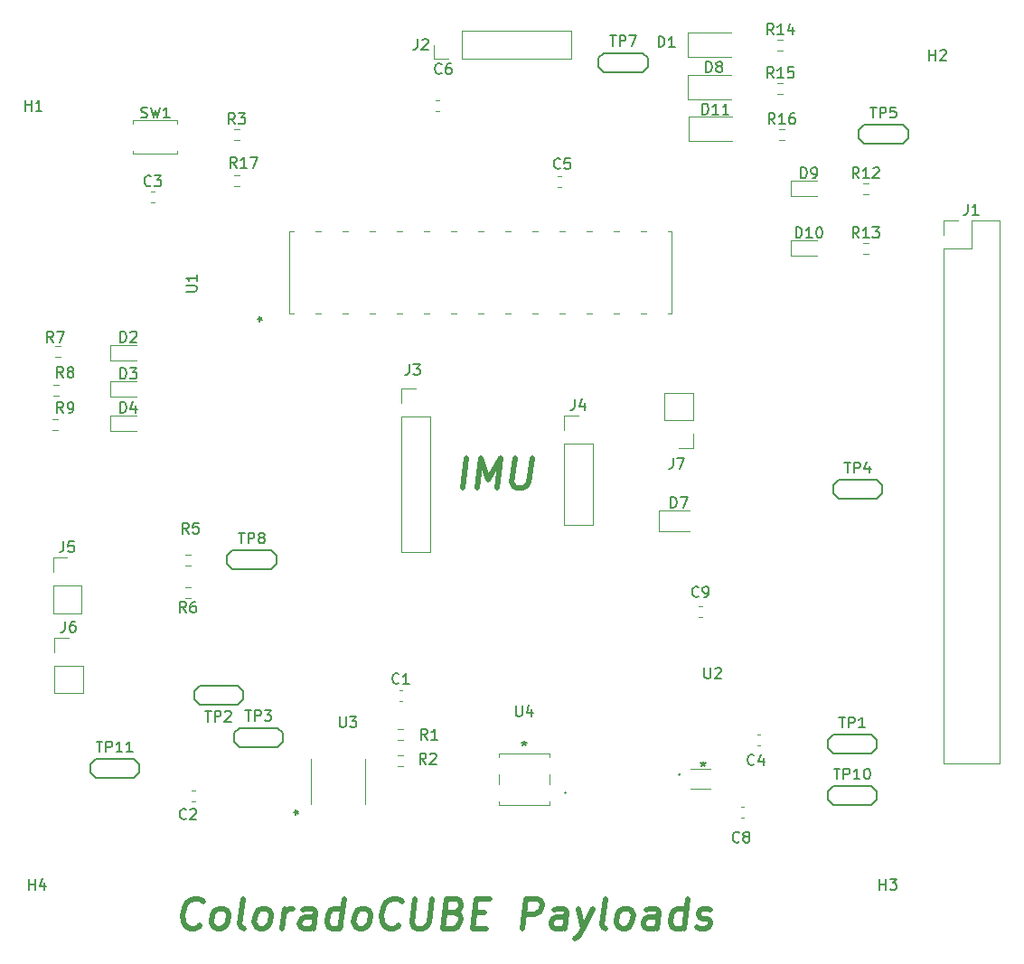
<source format=gto>
%TF.GenerationSoftware,KiCad,Pcbnew,(6.0.1)*%
%TF.CreationDate,2022-03-21T02:34:04-06:00*%
%TF.ProjectId,ColoradoCUBE_Payload,436f6c6f-7261-4646-9f43-5542455f5061,rev?*%
%TF.SameCoordinates,Original*%
%TF.FileFunction,Legend,Top*%
%TF.FilePolarity,Positive*%
%FSLAX46Y46*%
G04 Gerber Fmt 4.6, Leading zero omitted, Abs format (unit mm)*
G04 Created by KiCad (PCBNEW (6.0.1)) date 2022-03-21 02:34:04*
%MOMM*%
%LPD*%
G01*
G04 APERTURE LIST*
%ADD10C,0.500000*%
%ADD11C,0.150000*%
%ADD12C,0.120000*%
G04 APERTURE END LIST*
D10*
X148567389Y-86734952D02*
X148916639Y-83940952D01*
X149897865Y-86734952D02*
X150247115Y-83940952D01*
X150928984Y-85936666D01*
X152109782Y-83940952D01*
X151760532Y-86734952D01*
X153440258Y-83940952D02*
X153157532Y-86202761D01*
X153257318Y-86468857D01*
X153373734Y-86601904D01*
X153623198Y-86734952D01*
X154155389Y-86734952D01*
X154438115Y-86601904D01*
X154587794Y-86468857D01*
X154754103Y-86202761D01*
X155036829Y-83940952D01*
X123944508Y-127743857D02*
X123794829Y-127876904D01*
X123379056Y-128009952D01*
X123112960Y-128009952D01*
X122730448Y-127876904D01*
X122497615Y-127610809D01*
X122397829Y-127344714D01*
X122331306Y-126812523D01*
X122381198Y-126413380D01*
X122580770Y-125881190D01*
X122747079Y-125615095D01*
X123046437Y-125349000D01*
X123462210Y-125215952D01*
X123728306Y-125215952D01*
X124110818Y-125349000D01*
X124227234Y-125482047D01*
X125507818Y-128009952D02*
X125258353Y-127876904D01*
X125141937Y-127743857D01*
X125042151Y-127477761D01*
X125141937Y-126679476D01*
X125308246Y-126413380D01*
X125457925Y-126280333D01*
X125740651Y-126147285D01*
X126139794Y-126147285D01*
X126389258Y-126280333D01*
X126505675Y-126413380D01*
X126605460Y-126679476D01*
X126505675Y-127477761D01*
X126339365Y-127743857D01*
X126189687Y-127876904D01*
X125906960Y-128009952D01*
X125507818Y-128009952D01*
X128035722Y-128009952D02*
X127786258Y-127876904D01*
X127686472Y-127610809D01*
X127985829Y-125215952D01*
X129499246Y-128009952D02*
X129249782Y-127876904D01*
X129133365Y-127743857D01*
X129033579Y-127477761D01*
X129133365Y-126679476D01*
X129299675Y-126413380D01*
X129449353Y-126280333D01*
X129732079Y-126147285D01*
X130131222Y-126147285D01*
X130380687Y-126280333D01*
X130497103Y-126413380D01*
X130596889Y-126679476D01*
X130497103Y-127477761D01*
X130330794Y-127743857D01*
X130181115Y-127876904D01*
X129898389Y-128009952D01*
X129499246Y-128009952D01*
X131628008Y-128009952D02*
X131860841Y-126147285D01*
X131794318Y-126679476D02*
X131960627Y-126413380D01*
X132110306Y-126280333D01*
X132393032Y-126147285D01*
X132659127Y-126147285D01*
X134555056Y-128009952D02*
X134737996Y-126546428D01*
X134638210Y-126280333D01*
X134388746Y-126147285D01*
X133856556Y-126147285D01*
X133573829Y-126280333D01*
X134571687Y-127876904D02*
X134288960Y-128009952D01*
X133623722Y-128009952D01*
X133374258Y-127876904D01*
X133274472Y-127610809D01*
X133307734Y-127344714D01*
X133474044Y-127078619D01*
X133756770Y-126945571D01*
X134422008Y-126945571D01*
X134704734Y-126812523D01*
X137082960Y-128009952D02*
X137432210Y-125215952D01*
X137099591Y-127876904D02*
X136816865Y-128009952D01*
X136284675Y-128009952D01*
X136035210Y-127876904D01*
X135918794Y-127743857D01*
X135819008Y-127477761D01*
X135918794Y-126679476D01*
X136085103Y-126413380D01*
X136234782Y-126280333D01*
X136517508Y-126147285D01*
X137049698Y-126147285D01*
X137299163Y-126280333D01*
X138812579Y-128009952D02*
X138563115Y-127876904D01*
X138446698Y-127743857D01*
X138346913Y-127477761D01*
X138446698Y-126679476D01*
X138613008Y-126413380D01*
X138762687Y-126280333D01*
X139045413Y-126147285D01*
X139444556Y-126147285D01*
X139694020Y-126280333D01*
X139810437Y-126413380D01*
X139910222Y-126679476D01*
X139810437Y-127477761D01*
X139644127Y-127743857D01*
X139494448Y-127876904D01*
X139211722Y-128009952D01*
X138812579Y-128009952D01*
X142571175Y-127743857D02*
X142421496Y-127876904D01*
X142005722Y-128009952D01*
X141739627Y-128009952D01*
X141357115Y-127876904D01*
X141124282Y-127610809D01*
X141024496Y-127344714D01*
X140957972Y-126812523D01*
X141007865Y-126413380D01*
X141207437Y-125881190D01*
X141373746Y-125615095D01*
X141673103Y-125349000D01*
X142088877Y-125215952D01*
X142354972Y-125215952D01*
X142737484Y-125349000D01*
X142853901Y-125482047D01*
X144084591Y-125215952D02*
X143801865Y-127477761D01*
X143901651Y-127743857D01*
X144018068Y-127876904D01*
X144267532Y-128009952D01*
X144799722Y-128009952D01*
X145082448Y-127876904D01*
X145232127Y-127743857D01*
X145398437Y-127477761D01*
X145681163Y-125215952D01*
X147776663Y-126546428D02*
X148159175Y-126679476D01*
X148275591Y-126812523D01*
X148375377Y-127078619D01*
X148325484Y-127477761D01*
X148159175Y-127743857D01*
X148009496Y-127876904D01*
X147726770Y-128009952D01*
X146662389Y-128009952D01*
X147011639Y-125215952D01*
X147942972Y-125215952D01*
X148192437Y-125349000D01*
X148308853Y-125482047D01*
X148408639Y-125748142D01*
X148375377Y-126014238D01*
X148209068Y-126280333D01*
X148059389Y-126413380D01*
X147776663Y-126546428D01*
X146845329Y-126546428D01*
X149639329Y-126546428D02*
X150570663Y-126546428D01*
X150786865Y-128009952D02*
X149456389Y-128009952D01*
X149805639Y-125215952D01*
X151136115Y-125215952D01*
X154113056Y-128009952D02*
X154462306Y-125215952D01*
X155526687Y-125215952D01*
X155776151Y-125349000D01*
X155892568Y-125482047D01*
X155992353Y-125748142D01*
X155942460Y-126147285D01*
X155776151Y-126413380D01*
X155626472Y-126546428D01*
X155343746Y-126679476D01*
X154279365Y-126679476D01*
X158104484Y-128009952D02*
X158287425Y-126546428D01*
X158187639Y-126280333D01*
X157938175Y-126147285D01*
X157405984Y-126147285D01*
X157123258Y-126280333D01*
X158121115Y-127876904D02*
X157838389Y-128009952D01*
X157173151Y-128009952D01*
X156923687Y-127876904D01*
X156823901Y-127610809D01*
X156857163Y-127344714D01*
X157023472Y-127078619D01*
X157306198Y-126945571D01*
X157971437Y-126945571D01*
X158254163Y-126812523D01*
X159401698Y-126147285D02*
X159834103Y-128009952D01*
X160732175Y-126147285D02*
X159834103Y-128009952D01*
X159484853Y-128675190D01*
X159335175Y-128808238D01*
X159052448Y-128941285D01*
X161962865Y-128009952D02*
X161713401Y-127876904D01*
X161613615Y-127610809D01*
X161912972Y-125215952D01*
X163426389Y-128009952D02*
X163176925Y-127876904D01*
X163060508Y-127743857D01*
X162960722Y-127477761D01*
X163060508Y-126679476D01*
X163226818Y-126413380D01*
X163376496Y-126280333D01*
X163659222Y-126147285D01*
X164058365Y-126147285D01*
X164307829Y-126280333D01*
X164424246Y-126413380D01*
X164524032Y-126679476D01*
X164424246Y-127477761D01*
X164257937Y-127743857D01*
X164108258Y-127876904D01*
X163825532Y-128009952D01*
X163426389Y-128009952D01*
X166752579Y-128009952D02*
X166935520Y-126546428D01*
X166835734Y-126280333D01*
X166586270Y-126147285D01*
X166054079Y-126147285D01*
X165771353Y-126280333D01*
X166769210Y-127876904D02*
X166486484Y-128009952D01*
X165821246Y-128009952D01*
X165571782Y-127876904D01*
X165471996Y-127610809D01*
X165505258Y-127344714D01*
X165671568Y-127078619D01*
X165954294Y-126945571D01*
X166619532Y-126945571D01*
X166902258Y-126812523D01*
X169280484Y-128009952D02*
X169629734Y-125215952D01*
X169297115Y-127876904D02*
X169014389Y-128009952D01*
X168482198Y-128009952D01*
X168232734Y-127876904D01*
X168116318Y-127743857D01*
X168016532Y-127477761D01*
X168116318Y-126679476D01*
X168282627Y-126413380D01*
X168432306Y-126280333D01*
X168715032Y-126147285D01*
X169247222Y-126147285D01*
X169496687Y-126280333D01*
X170494544Y-127876904D02*
X170744008Y-128009952D01*
X171276198Y-128009952D01*
X171558925Y-127876904D01*
X171725234Y-127610809D01*
X171741865Y-127477761D01*
X171642079Y-127211666D01*
X171392615Y-127078619D01*
X170993472Y-127078619D01*
X170744008Y-126945571D01*
X170644222Y-126679476D01*
X170660853Y-126546428D01*
X170827163Y-126280333D01*
X171109889Y-126147285D01*
X171509032Y-126147285D01*
X171758496Y-126280333D01*
D11*
X162344095Y-44315380D02*
X162915523Y-44315380D01*
X162629809Y-45315380D02*
X162629809Y-44315380D01*
X163248857Y-45315380D02*
X163248857Y-44315380D01*
X163629809Y-44315380D01*
X163725047Y-44363000D01*
X163772666Y-44410619D01*
X163820285Y-44505857D01*
X163820285Y-44648714D01*
X163772666Y-44743952D01*
X163725047Y-44791571D01*
X163629809Y-44839190D01*
X163248857Y-44839190D01*
X164153619Y-44315380D02*
X164820285Y-44315380D01*
X164391714Y-45315380D01*
X142581333Y-105005142D02*
X142533714Y-105052761D01*
X142390857Y-105100380D01*
X142295619Y-105100380D01*
X142152761Y-105052761D01*
X142057523Y-104957523D01*
X142009904Y-104862285D01*
X141962285Y-104671809D01*
X141962285Y-104528952D01*
X142009904Y-104338476D01*
X142057523Y-104243238D01*
X142152761Y-104148000D01*
X142295619Y-104100380D01*
X142390857Y-104100380D01*
X142533714Y-104148000D01*
X142581333Y-104195619D01*
X143533714Y-105100380D02*
X142962285Y-105100380D01*
X143248000Y-105100380D02*
X143248000Y-104100380D01*
X143152761Y-104243238D01*
X143057523Y-104338476D01*
X142962285Y-104386095D01*
X111136387Y-76398380D02*
X110803054Y-75922190D01*
X110564958Y-76398380D02*
X110564958Y-75398380D01*
X110945911Y-75398380D01*
X111041149Y-75446000D01*
X111088768Y-75493619D01*
X111136387Y-75588857D01*
X111136387Y-75731714D01*
X111088768Y-75826952D01*
X111041149Y-75874571D01*
X110945911Y-75922190D01*
X110564958Y-75922190D01*
X111707815Y-75826952D02*
X111612577Y-75779333D01*
X111564958Y-75731714D01*
X111517339Y-75636476D01*
X111517339Y-75588857D01*
X111564958Y-75493619D01*
X111612577Y-75446000D01*
X111707815Y-75398380D01*
X111898292Y-75398380D01*
X111993530Y-75446000D01*
X112041149Y-75493619D01*
X112088768Y-75588857D01*
X112088768Y-75636476D01*
X112041149Y-75731714D01*
X111993530Y-75779333D01*
X111898292Y-75826952D01*
X111707815Y-75826952D01*
X111612577Y-75874571D01*
X111564958Y-75922190D01*
X111517339Y-76017428D01*
X111517339Y-76207904D01*
X111564958Y-76303142D01*
X111612577Y-76350761D01*
X111707815Y-76398380D01*
X111898292Y-76398380D01*
X111993530Y-76350761D01*
X112041149Y-76303142D01*
X112088768Y-76207904D01*
X112088768Y-76017428D01*
X112041149Y-75922190D01*
X111993530Y-75874571D01*
X111898292Y-75826952D01*
X116482904Y-73063380D02*
X116482904Y-72063380D01*
X116721000Y-72063380D01*
X116863857Y-72111000D01*
X116959095Y-72206238D01*
X117006714Y-72301476D01*
X117054333Y-72491952D01*
X117054333Y-72634809D01*
X117006714Y-72825285D01*
X116959095Y-72920523D01*
X116863857Y-73015761D01*
X116721000Y-73063380D01*
X116482904Y-73063380D01*
X117435285Y-72158619D02*
X117482904Y-72111000D01*
X117578142Y-72063380D01*
X117816238Y-72063380D01*
X117911476Y-72111000D01*
X117959095Y-72158619D01*
X118006714Y-72253857D01*
X118006714Y-72349095D01*
X117959095Y-72491952D01*
X117387666Y-73063380D01*
X118006714Y-73063380D01*
X170648333Y-96877142D02*
X170600714Y-96924761D01*
X170457857Y-96972380D01*
X170362619Y-96972380D01*
X170219761Y-96924761D01*
X170124523Y-96829523D01*
X170076904Y-96734285D01*
X170029285Y-96543809D01*
X170029285Y-96400952D01*
X170076904Y-96210476D01*
X170124523Y-96115238D01*
X170219761Y-96020000D01*
X170362619Y-95972380D01*
X170457857Y-95972380D01*
X170600714Y-96020000D01*
X170648333Y-96067619D01*
X171124523Y-96972380D02*
X171315000Y-96972380D01*
X171410238Y-96924761D01*
X171457857Y-96877142D01*
X171553095Y-96734285D01*
X171600714Y-96543809D01*
X171600714Y-96162857D01*
X171553095Y-96067619D01*
X171505476Y-96020000D01*
X171410238Y-95972380D01*
X171219761Y-95972380D01*
X171124523Y-96020000D01*
X171076904Y-96067619D01*
X171029285Y-96162857D01*
X171029285Y-96400952D01*
X171076904Y-96496190D01*
X171124523Y-96543809D01*
X171219761Y-96591428D01*
X171410238Y-96591428D01*
X171505476Y-96543809D01*
X171553095Y-96496190D01*
X171600714Y-96400952D01*
X153543095Y-107129330D02*
X153543095Y-107938854D01*
X153590714Y-108034092D01*
X153638333Y-108081711D01*
X153733571Y-108129330D01*
X153924047Y-108129330D01*
X154019285Y-108081711D01*
X154066904Y-108034092D01*
X154114523Y-107938854D01*
X154114523Y-107129330D01*
X155019285Y-107462664D02*
X155019285Y-108129330D01*
X154781190Y-107081711D02*
X154543095Y-107795997D01*
X155162142Y-107795997D01*
X154305000Y-110450380D02*
X154305000Y-110688476D01*
X154066904Y-110593238D02*
X154305000Y-110688476D01*
X154543095Y-110593238D01*
X154162142Y-110878952D02*
X154305000Y-110688476D01*
X154447857Y-110878952D01*
X119340333Y-58363142D02*
X119292714Y-58410761D01*
X119149857Y-58458380D01*
X119054619Y-58458380D01*
X118911761Y-58410761D01*
X118816523Y-58315523D01*
X118768904Y-58220285D01*
X118721285Y-58029809D01*
X118721285Y-57886952D01*
X118768904Y-57696476D01*
X118816523Y-57601238D01*
X118911761Y-57506000D01*
X119054619Y-57458380D01*
X119149857Y-57458380D01*
X119292714Y-57506000D01*
X119340333Y-57553619D01*
X119673666Y-57458380D02*
X120292714Y-57458380D01*
X119959380Y-57839333D01*
X120102238Y-57839333D01*
X120197476Y-57886952D01*
X120245095Y-57934571D01*
X120292714Y-58029809D01*
X120292714Y-58267904D01*
X120245095Y-58363142D01*
X120197476Y-58410761D01*
X120102238Y-58458380D01*
X119816523Y-58458380D01*
X119721285Y-58410761D01*
X119673666Y-58363142D01*
X175855333Y-112625142D02*
X175807714Y-112672761D01*
X175664857Y-112720380D01*
X175569619Y-112720380D01*
X175426761Y-112672761D01*
X175331523Y-112577523D01*
X175283904Y-112482285D01*
X175236285Y-112291809D01*
X175236285Y-112148952D01*
X175283904Y-111958476D01*
X175331523Y-111863238D01*
X175426761Y-111768000D01*
X175569619Y-111720380D01*
X175664857Y-111720380D01*
X175807714Y-111768000D01*
X175855333Y-111815619D01*
X176712476Y-112053714D02*
X176712476Y-112720380D01*
X176474380Y-111672761D02*
X176236285Y-112387047D01*
X176855333Y-112387047D01*
X122642380Y-68325904D02*
X123451904Y-68325904D01*
X123547142Y-68278285D01*
X123594761Y-68230666D01*
X123642380Y-68135428D01*
X123642380Y-67944952D01*
X123594761Y-67849714D01*
X123547142Y-67802095D01*
X123451904Y-67754476D01*
X122642380Y-67754476D01*
X123642380Y-66754476D02*
X123642380Y-67325904D01*
X123642380Y-67040190D02*
X122642380Y-67040190D01*
X122785238Y-67135428D01*
X122880476Y-67230666D01*
X122928095Y-67325904D01*
X129373380Y-70866000D02*
X129611476Y-70866000D01*
X129516238Y-71104095D02*
X129611476Y-70866000D01*
X129516238Y-70627904D01*
X129801952Y-71008857D02*
X129611476Y-70866000D01*
X129801952Y-70723142D01*
X129373380Y-70866000D02*
X129611476Y-70866000D01*
X129516238Y-71104095D02*
X129611476Y-70866000D01*
X129516238Y-70627904D01*
X129801952Y-71008857D02*
X129611476Y-70866000D01*
X129801952Y-70723142D01*
X159051666Y-78402380D02*
X159051666Y-79116666D01*
X159004047Y-79259523D01*
X158908809Y-79354761D01*
X158765952Y-79402380D01*
X158670714Y-79402380D01*
X159956428Y-78735714D02*
X159956428Y-79402380D01*
X159718333Y-78354761D02*
X159480238Y-79069047D01*
X160099285Y-79069047D01*
X111136387Y-79700380D02*
X110803054Y-79224190D01*
X110564958Y-79700380D02*
X110564958Y-78700380D01*
X110945911Y-78700380D01*
X111041149Y-78748000D01*
X111088768Y-78795619D01*
X111136387Y-78890857D01*
X111136387Y-79033714D01*
X111088768Y-79128952D01*
X111041149Y-79176571D01*
X110945911Y-79224190D01*
X110564958Y-79224190D01*
X111612577Y-79700380D02*
X111803054Y-79700380D01*
X111898292Y-79652761D01*
X111945911Y-79605142D01*
X112041149Y-79462285D01*
X112088768Y-79271809D01*
X112088768Y-78890857D01*
X112041149Y-78795619D01*
X111993530Y-78748000D01*
X111898292Y-78700380D01*
X111707815Y-78700380D01*
X111612577Y-78748000D01*
X111564958Y-78795619D01*
X111517339Y-78890857D01*
X111517339Y-79128952D01*
X111564958Y-79224190D01*
X111612577Y-79271809D01*
X111707815Y-79319428D01*
X111898292Y-79319428D01*
X111993530Y-79271809D01*
X112041149Y-79224190D01*
X112088768Y-79128952D01*
X122896333Y-91003380D02*
X122563000Y-90527190D01*
X122324904Y-91003380D02*
X122324904Y-90003380D01*
X122705857Y-90003380D01*
X122801095Y-90051000D01*
X122848714Y-90098619D01*
X122896333Y-90193857D01*
X122896333Y-90336714D01*
X122848714Y-90431952D01*
X122801095Y-90479571D01*
X122705857Y-90527190D01*
X122324904Y-90527190D01*
X123801095Y-90003380D02*
X123324904Y-90003380D01*
X123277285Y-90479571D01*
X123324904Y-90431952D01*
X123420142Y-90384333D01*
X123658238Y-90384333D01*
X123753476Y-90431952D01*
X123801095Y-90479571D01*
X123848714Y-90574809D01*
X123848714Y-90812904D01*
X123801095Y-90908142D01*
X123753476Y-90955761D01*
X123658238Y-91003380D01*
X123420142Y-91003380D01*
X123324904Y-90955761D01*
X123277285Y-90908142D01*
X170997714Y-51718380D02*
X170997714Y-50718380D01*
X171235809Y-50718380D01*
X171378666Y-50766000D01*
X171473904Y-50861238D01*
X171521523Y-50956476D01*
X171569142Y-51146952D01*
X171569142Y-51289809D01*
X171521523Y-51480285D01*
X171473904Y-51575523D01*
X171378666Y-51670761D01*
X171235809Y-51718380D01*
X170997714Y-51718380D01*
X172521523Y-51718380D02*
X171950095Y-51718380D01*
X172235809Y-51718380D02*
X172235809Y-50718380D01*
X172140571Y-50861238D01*
X172045333Y-50956476D01*
X171950095Y-51004095D01*
X173473904Y-51718380D02*
X172902476Y-51718380D01*
X173188190Y-51718380D02*
X173188190Y-50718380D01*
X173092952Y-50861238D01*
X172997714Y-50956476D01*
X172902476Y-51004095D01*
X124418095Y-107624380D02*
X124989523Y-107624380D01*
X124703809Y-108624380D02*
X124703809Y-107624380D01*
X125322857Y-108624380D02*
X125322857Y-107624380D01*
X125703809Y-107624380D01*
X125799047Y-107672000D01*
X125846666Y-107719619D01*
X125894285Y-107814857D01*
X125894285Y-107957714D01*
X125846666Y-108052952D01*
X125799047Y-108100571D01*
X125703809Y-108148190D01*
X125322857Y-108148190D01*
X126275238Y-107719619D02*
X126322857Y-107672000D01*
X126418095Y-107624380D01*
X126656190Y-107624380D01*
X126751428Y-107672000D01*
X126799047Y-107719619D01*
X126846666Y-107814857D01*
X126846666Y-107910095D01*
X126799047Y-108052952D01*
X126227619Y-108624380D01*
X126846666Y-108624380D01*
X107569095Y-51379380D02*
X107569095Y-50379380D01*
X107569095Y-50855571D02*
X108140523Y-50855571D01*
X108140523Y-51379380D02*
X108140523Y-50379380D01*
X109140523Y-51379380D02*
X108569095Y-51379380D01*
X108854809Y-51379380D02*
X108854809Y-50379380D01*
X108759571Y-50522238D01*
X108664333Y-50617476D01*
X108569095Y-50665095D01*
X171196095Y-103592380D02*
X171196095Y-104401904D01*
X171243714Y-104497142D01*
X171291333Y-104544761D01*
X171386571Y-104592380D01*
X171577047Y-104592380D01*
X171672285Y-104544761D01*
X171719904Y-104497142D01*
X171767523Y-104401904D01*
X171767523Y-103592380D01*
X172196095Y-103687619D02*
X172243714Y-103640000D01*
X172338952Y-103592380D01*
X172577047Y-103592380D01*
X172672285Y-103640000D01*
X172719904Y-103687619D01*
X172767523Y-103782857D01*
X172767523Y-103878095D01*
X172719904Y-104020952D01*
X172148476Y-104592380D01*
X172767523Y-104592380D01*
X171069000Y-112355380D02*
X171069000Y-112593476D01*
X170830904Y-112498238D02*
X171069000Y-112593476D01*
X171307095Y-112498238D01*
X170926142Y-112783952D02*
X171069000Y-112593476D01*
X171211857Y-112783952D01*
X122642333Y-98402380D02*
X122309000Y-97926190D01*
X122070904Y-98402380D02*
X122070904Y-97402380D01*
X122451857Y-97402380D01*
X122547095Y-97450000D01*
X122594714Y-97497619D01*
X122642333Y-97592857D01*
X122642333Y-97735714D01*
X122594714Y-97830952D01*
X122547095Y-97878571D01*
X122451857Y-97926190D01*
X122070904Y-97926190D01*
X123499476Y-97402380D02*
X123309000Y-97402380D01*
X123213761Y-97450000D01*
X123166142Y-97497619D01*
X123070904Y-97640476D01*
X123023285Y-97830952D01*
X123023285Y-98211904D01*
X123070904Y-98307142D01*
X123118523Y-98354761D01*
X123213761Y-98402380D01*
X123404238Y-98402380D01*
X123499476Y-98354761D01*
X123547095Y-98307142D01*
X123594714Y-98211904D01*
X123594714Y-97973809D01*
X123547095Y-97878571D01*
X123499476Y-97830952D01*
X123404238Y-97783333D01*
X123213761Y-97783333D01*
X123118523Y-97830952D01*
X123070904Y-97878571D01*
X123023285Y-97973809D01*
X127566095Y-90924380D02*
X128137523Y-90924380D01*
X127851809Y-91924380D02*
X127851809Y-90924380D01*
X128470857Y-91924380D02*
X128470857Y-90924380D01*
X128851809Y-90924380D01*
X128947047Y-90972000D01*
X128994666Y-91019619D01*
X129042285Y-91114857D01*
X129042285Y-91257714D01*
X128994666Y-91352952D01*
X128947047Y-91400571D01*
X128851809Y-91448190D01*
X128470857Y-91448190D01*
X129613714Y-91352952D02*
X129518476Y-91305333D01*
X129470857Y-91257714D01*
X129423238Y-91162476D01*
X129423238Y-91114857D01*
X129470857Y-91019619D01*
X129518476Y-90972000D01*
X129613714Y-90924380D01*
X129804190Y-90924380D01*
X129899428Y-90972000D01*
X129947047Y-91019619D01*
X129994666Y-91114857D01*
X129994666Y-91162476D01*
X129947047Y-91257714D01*
X129899428Y-91305333D01*
X129804190Y-91352952D01*
X129613714Y-91352952D01*
X129518476Y-91400571D01*
X129470857Y-91448190D01*
X129423238Y-91543428D01*
X129423238Y-91733904D01*
X129470857Y-91829142D01*
X129518476Y-91876761D01*
X129613714Y-91924380D01*
X129804190Y-91924380D01*
X129899428Y-91876761D01*
X129947047Y-91829142D01*
X129994666Y-91733904D01*
X129994666Y-91543428D01*
X129947047Y-91448190D01*
X129899428Y-91400571D01*
X129804190Y-91352952D01*
X143557666Y-75144380D02*
X143557666Y-75858666D01*
X143510047Y-76001523D01*
X143414809Y-76096761D01*
X143271952Y-76144380D01*
X143176714Y-76144380D01*
X143938619Y-75144380D02*
X144557666Y-75144380D01*
X144224333Y-75525333D01*
X144367190Y-75525333D01*
X144462428Y-75572952D01*
X144510047Y-75620571D01*
X144557666Y-75715809D01*
X144557666Y-75953904D01*
X144510047Y-76049142D01*
X144462428Y-76096761D01*
X144367190Y-76144380D01*
X144081476Y-76144380D01*
X143986238Y-76096761D01*
X143938619Y-76049142D01*
X122642333Y-117705142D02*
X122594714Y-117752761D01*
X122451857Y-117800380D01*
X122356619Y-117800380D01*
X122213761Y-117752761D01*
X122118523Y-117657523D01*
X122070904Y-117562285D01*
X122023285Y-117371809D01*
X122023285Y-117228952D01*
X122070904Y-117038476D01*
X122118523Y-116943238D01*
X122213761Y-116848000D01*
X122356619Y-116800380D01*
X122451857Y-116800380D01*
X122594714Y-116848000D01*
X122642333Y-116895619D01*
X123023285Y-116895619D02*
X123070904Y-116848000D01*
X123166142Y-116800380D01*
X123404238Y-116800380D01*
X123499476Y-116848000D01*
X123547095Y-116895619D01*
X123594714Y-116990857D01*
X123594714Y-117086095D01*
X123547095Y-117228952D01*
X122975666Y-117800380D01*
X123594714Y-117800380D01*
X183807095Y-108196380D02*
X184378523Y-108196380D01*
X184092809Y-109196380D02*
X184092809Y-108196380D01*
X184711857Y-109196380D02*
X184711857Y-108196380D01*
X185092809Y-108196380D01*
X185188047Y-108244000D01*
X185235666Y-108291619D01*
X185283285Y-108386857D01*
X185283285Y-108529714D01*
X185235666Y-108624952D01*
X185188047Y-108672571D01*
X185092809Y-108720190D01*
X184711857Y-108720190D01*
X186235666Y-109196380D02*
X185664238Y-109196380D01*
X185949952Y-109196380D02*
X185949952Y-108196380D01*
X185854714Y-108339238D01*
X185759476Y-108434476D01*
X185664238Y-108482095D01*
X177792142Y-52616380D02*
X177458809Y-52140190D01*
X177220714Y-52616380D02*
X177220714Y-51616380D01*
X177601666Y-51616380D01*
X177696904Y-51664000D01*
X177744523Y-51711619D01*
X177792142Y-51806857D01*
X177792142Y-51949714D01*
X177744523Y-52044952D01*
X177696904Y-52092571D01*
X177601666Y-52140190D01*
X177220714Y-52140190D01*
X178744523Y-52616380D02*
X178173095Y-52616380D01*
X178458809Y-52616380D02*
X178458809Y-51616380D01*
X178363571Y-51759238D01*
X178268333Y-51854476D01*
X178173095Y-51902095D01*
X179601666Y-51616380D02*
X179411190Y-51616380D01*
X179315952Y-51664000D01*
X179268333Y-51711619D01*
X179173095Y-51854476D01*
X179125476Y-52044952D01*
X179125476Y-52425904D01*
X179173095Y-52521142D01*
X179220714Y-52568761D01*
X179315952Y-52616380D01*
X179506428Y-52616380D01*
X179601666Y-52568761D01*
X179649285Y-52521142D01*
X179696904Y-52425904D01*
X179696904Y-52187809D01*
X179649285Y-52092571D01*
X179601666Y-52044952D01*
X179506428Y-51997333D01*
X179315952Y-51997333D01*
X179220714Y-52044952D01*
X179173095Y-52092571D01*
X179125476Y-52187809D01*
X145121333Y-112593380D02*
X144788000Y-112117190D01*
X144549904Y-112593380D02*
X144549904Y-111593380D01*
X144930857Y-111593380D01*
X145026095Y-111641000D01*
X145073714Y-111688619D01*
X145121333Y-111783857D01*
X145121333Y-111926714D01*
X145073714Y-112021952D01*
X145026095Y-112069571D01*
X144930857Y-112117190D01*
X144549904Y-112117190D01*
X145502285Y-111688619D02*
X145549904Y-111641000D01*
X145645142Y-111593380D01*
X145883238Y-111593380D01*
X145978476Y-111641000D01*
X146026095Y-111688619D01*
X146073714Y-111783857D01*
X146073714Y-111879095D01*
X146026095Y-112021952D01*
X145454666Y-112593380D01*
X146073714Y-112593380D01*
X177665142Y-44234380D02*
X177331809Y-43758190D01*
X177093714Y-44234380D02*
X177093714Y-43234380D01*
X177474666Y-43234380D01*
X177569904Y-43282000D01*
X177617523Y-43329619D01*
X177665142Y-43424857D01*
X177665142Y-43567714D01*
X177617523Y-43662952D01*
X177569904Y-43710571D01*
X177474666Y-43758190D01*
X177093714Y-43758190D01*
X178617523Y-44234380D02*
X178046095Y-44234380D01*
X178331809Y-44234380D02*
X178331809Y-43234380D01*
X178236571Y-43377238D01*
X178141333Y-43472476D01*
X178046095Y-43520095D01*
X179474666Y-43567714D02*
X179474666Y-44234380D01*
X179236571Y-43186761D02*
X178998476Y-43901047D01*
X179617523Y-43901047D01*
X186728095Y-51046380D02*
X187299523Y-51046380D01*
X187013809Y-52046380D02*
X187013809Y-51046380D01*
X187632857Y-52046380D02*
X187632857Y-51046380D01*
X188013809Y-51046380D01*
X188109047Y-51094000D01*
X188156666Y-51141619D01*
X188204285Y-51236857D01*
X188204285Y-51379714D01*
X188156666Y-51474952D01*
X188109047Y-51522571D01*
X188013809Y-51570190D01*
X187632857Y-51570190D01*
X189109047Y-51046380D02*
X188632857Y-51046380D01*
X188585238Y-51522571D01*
X188632857Y-51474952D01*
X188728095Y-51427333D01*
X188966190Y-51427333D01*
X189061428Y-51474952D01*
X189109047Y-51522571D01*
X189156666Y-51617809D01*
X189156666Y-51855904D01*
X189109047Y-51951142D01*
X189061428Y-51998761D01*
X188966190Y-52046380D01*
X188728095Y-52046380D01*
X188632857Y-51998761D01*
X188585238Y-51951142D01*
X107921095Y-124382380D02*
X107921095Y-123382380D01*
X107921095Y-123858571D02*
X108492523Y-123858571D01*
X108492523Y-124382380D02*
X108492523Y-123382380D01*
X109397285Y-123715714D02*
X109397285Y-124382380D01*
X109159190Y-123334761D02*
X108921095Y-124049047D01*
X109540142Y-124049047D01*
X183330904Y-113022380D02*
X183902333Y-113022380D01*
X183616619Y-114022380D02*
X183616619Y-113022380D01*
X184235666Y-114022380D02*
X184235666Y-113022380D01*
X184616619Y-113022380D01*
X184711857Y-113070000D01*
X184759476Y-113117619D01*
X184807095Y-113212857D01*
X184807095Y-113355714D01*
X184759476Y-113450952D01*
X184711857Y-113498571D01*
X184616619Y-113546190D01*
X184235666Y-113546190D01*
X185759476Y-114022380D02*
X185188047Y-114022380D01*
X185473761Y-114022380D02*
X185473761Y-113022380D01*
X185378523Y-113165238D01*
X185283285Y-113260476D01*
X185188047Y-113308095D01*
X186378523Y-113022380D02*
X186473761Y-113022380D01*
X186569000Y-113070000D01*
X186616619Y-113117619D01*
X186664238Y-113212857D01*
X186711857Y-113403333D01*
X186711857Y-113641428D01*
X186664238Y-113831904D01*
X186616619Y-113927142D01*
X186569000Y-113974761D01*
X186473761Y-114022380D01*
X186378523Y-114022380D01*
X186283285Y-113974761D01*
X186235666Y-113927142D01*
X186188047Y-113831904D01*
X186140428Y-113641428D01*
X186140428Y-113403333D01*
X186188047Y-113212857D01*
X186235666Y-113117619D01*
X186283285Y-113070000D01*
X186378523Y-113022380D01*
X180236904Y-57696380D02*
X180236904Y-56696380D01*
X180475000Y-56696380D01*
X180617857Y-56744000D01*
X180713095Y-56839238D01*
X180760714Y-56934476D01*
X180808333Y-57124952D01*
X180808333Y-57267809D01*
X180760714Y-57458285D01*
X180713095Y-57553523D01*
X180617857Y-57648761D01*
X180475000Y-57696380D01*
X180236904Y-57696380D01*
X181284523Y-57696380D02*
X181475000Y-57696380D01*
X181570238Y-57648761D01*
X181617857Y-57601142D01*
X181713095Y-57458285D01*
X181760714Y-57267809D01*
X181760714Y-56886857D01*
X181713095Y-56791619D01*
X181665476Y-56744000D01*
X181570238Y-56696380D01*
X181379761Y-56696380D01*
X181284523Y-56744000D01*
X181236904Y-56791619D01*
X181189285Y-56886857D01*
X181189285Y-57124952D01*
X181236904Y-57220190D01*
X181284523Y-57267809D01*
X181379761Y-57315428D01*
X181570238Y-57315428D01*
X181665476Y-57267809D01*
X181713095Y-57220190D01*
X181760714Y-57124952D01*
X166901904Y-45410380D02*
X166901904Y-44410380D01*
X167140000Y-44410380D01*
X167282857Y-44458000D01*
X167378095Y-44553238D01*
X167425714Y-44648476D01*
X167473333Y-44838952D01*
X167473333Y-44981809D01*
X167425714Y-45172285D01*
X167378095Y-45267523D01*
X167282857Y-45362761D01*
X167140000Y-45410380D01*
X166901904Y-45410380D01*
X168425714Y-45410380D02*
X167854285Y-45410380D01*
X168140000Y-45410380D02*
X168140000Y-44410380D01*
X168044761Y-44553238D01*
X167949523Y-44648476D01*
X167854285Y-44696095D01*
X192278095Y-46680380D02*
X192278095Y-45680380D01*
X192278095Y-46156571D02*
X192849523Y-46156571D01*
X192849523Y-46680380D02*
X192849523Y-45680380D01*
X193278095Y-45775619D02*
X193325714Y-45728000D01*
X193420952Y-45680380D01*
X193659047Y-45680380D01*
X193754285Y-45728000D01*
X193801904Y-45775619D01*
X193849523Y-45870857D01*
X193849523Y-45966095D01*
X193801904Y-46108952D01*
X193230476Y-46680380D01*
X193849523Y-46680380D01*
X118427666Y-52002761D02*
X118570523Y-52050380D01*
X118808619Y-52050380D01*
X118903857Y-52002761D01*
X118951476Y-51955142D01*
X118999095Y-51859904D01*
X118999095Y-51764666D01*
X118951476Y-51669428D01*
X118903857Y-51621809D01*
X118808619Y-51574190D01*
X118618142Y-51526571D01*
X118522904Y-51478952D01*
X118475285Y-51431333D01*
X118427666Y-51336095D01*
X118427666Y-51240857D01*
X118475285Y-51145619D01*
X118522904Y-51098000D01*
X118618142Y-51050380D01*
X118856238Y-51050380D01*
X118999095Y-51098000D01*
X119332428Y-51050380D02*
X119570523Y-52050380D01*
X119761000Y-51336095D01*
X119951476Y-52050380D01*
X120189571Y-51050380D01*
X121094333Y-52050380D02*
X120522904Y-52050380D01*
X120808619Y-52050380D02*
X120808619Y-51050380D01*
X120713380Y-51193238D01*
X120618142Y-51288476D01*
X120522904Y-51336095D01*
X168244666Y-83912380D02*
X168244666Y-84626666D01*
X168197047Y-84769523D01*
X168101809Y-84864761D01*
X167958952Y-84912380D01*
X167863714Y-84912380D01*
X168625619Y-83912380D02*
X169292285Y-83912380D01*
X168863714Y-84912380D01*
X168044904Y-88591380D02*
X168044904Y-87591380D01*
X168283000Y-87591380D01*
X168425857Y-87639000D01*
X168521095Y-87734238D01*
X168568714Y-87829476D01*
X168616333Y-88019952D01*
X168616333Y-88162809D01*
X168568714Y-88353285D01*
X168521095Y-88448523D01*
X168425857Y-88543761D01*
X168283000Y-88591380D01*
X168044904Y-88591380D01*
X168949666Y-87591380D02*
X169616333Y-87591380D01*
X169187761Y-88591380D01*
X177665142Y-48298380D02*
X177331809Y-47822190D01*
X177093714Y-48298380D02*
X177093714Y-47298380D01*
X177474666Y-47298380D01*
X177569904Y-47346000D01*
X177617523Y-47393619D01*
X177665142Y-47488857D01*
X177665142Y-47631714D01*
X177617523Y-47726952D01*
X177569904Y-47774571D01*
X177474666Y-47822190D01*
X177093714Y-47822190D01*
X178617523Y-48298380D02*
X178046095Y-48298380D01*
X178331809Y-48298380D02*
X178331809Y-47298380D01*
X178236571Y-47441238D01*
X178141333Y-47536476D01*
X178046095Y-47584095D01*
X179522285Y-47298380D02*
X179046095Y-47298380D01*
X178998476Y-47774571D01*
X179046095Y-47726952D01*
X179141333Y-47679333D01*
X179379428Y-47679333D01*
X179474666Y-47726952D01*
X179522285Y-47774571D01*
X179569904Y-47869809D01*
X179569904Y-48107904D01*
X179522285Y-48203142D01*
X179474666Y-48250761D01*
X179379428Y-48298380D01*
X179141333Y-48298380D01*
X179046095Y-48250761D01*
X178998476Y-48203142D01*
X184315095Y-84320380D02*
X184886523Y-84320380D01*
X184600809Y-85320380D02*
X184600809Y-84320380D01*
X185219857Y-85320380D02*
X185219857Y-84320380D01*
X185600809Y-84320380D01*
X185696047Y-84368000D01*
X185743666Y-84415619D01*
X185791285Y-84510857D01*
X185791285Y-84653714D01*
X185743666Y-84748952D01*
X185696047Y-84796571D01*
X185600809Y-84844190D01*
X185219857Y-84844190D01*
X186648428Y-84653714D02*
X186648428Y-85320380D01*
X186410333Y-84272761D02*
X186172238Y-84987047D01*
X186791285Y-84987047D01*
X185666142Y-63284380D02*
X185332809Y-62808190D01*
X185094714Y-63284380D02*
X185094714Y-62284380D01*
X185475666Y-62284380D01*
X185570904Y-62332000D01*
X185618523Y-62379619D01*
X185666142Y-62474857D01*
X185666142Y-62617714D01*
X185618523Y-62712952D01*
X185570904Y-62760571D01*
X185475666Y-62808190D01*
X185094714Y-62808190D01*
X186618523Y-63284380D02*
X186047095Y-63284380D01*
X186332809Y-63284380D02*
X186332809Y-62284380D01*
X186237571Y-62427238D01*
X186142333Y-62522476D01*
X186047095Y-62570095D01*
X186951857Y-62284380D02*
X187570904Y-62284380D01*
X187237571Y-62665333D01*
X187380428Y-62665333D01*
X187475666Y-62712952D01*
X187523285Y-62760571D01*
X187570904Y-62855809D01*
X187570904Y-63093904D01*
X187523285Y-63189142D01*
X187475666Y-63236761D01*
X187380428Y-63284380D01*
X187094714Y-63284380D01*
X186999476Y-63236761D01*
X186951857Y-63189142D01*
X145248333Y-110307380D02*
X144915000Y-109831190D01*
X144676904Y-110307380D02*
X144676904Y-109307380D01*
X145057857Y-109307380D01*
X145153095Y-109355000D01*
X145200714Y-109402619D01*
X145248333Y-109497857D01*
X145248333Y-109640714D01*
X145200714Y-109735952D01*
X145153095Y-109783571D01*
X145057857Y-109831190D01*
X144676904Y-109831190D01*
X146200714Y-110307380D02*
X145629285Y-110307380D01*
X145915000Y-110307380D02*
X145915000Y-109307380D01*
X145819761Y-109450238D01*
X145724523Y-109545476D01*
X145629285Y-109593095D01*
X137033095Y-108164380D02*
X137033095Y-108973904D01*
X137080714Y-109069142D01*
X137128333Y-109116761D01*
X137223571Y-109164380D01*
X137414047Y-109164380D01*
X137509285Y-109116761D01*
X137556904Y-109069142D01*
X137604523Y-108973904D01*
X137604523Y-108164380D01*
X137985476Y-108164380D02*
X138604523Y-108164380D01*
X138271190Y-108545333D01*
X138414047Y-108545333D01*
X138509285Y-108592952D01*
X138556904Y-108640571D01*
X138604523Y-108735809D01*
X138604523Y-108973904D01*
X138556904Y-109069142D01*
X138509285Y-109116761D01*
X138414047Y-109164380D01*
X138128333Y-109164380D01*
X138033095Y-109116761D01*
X137985476Y-109069142D01*
X132719830Y-117144800D02*
X132957926Y-117144800D01*
X132862688Y-117382895D02*
X132957926Y-117144800D01*
X132862688Y-116906704D01*
X133148402Y-117287657D02*
X132957926Y-117144800D01*
X133148402Y-117001942D01*
X132719830Y-117144800D02*
X132957926Y-117144800D01*
X132862688Y-117382895D02*
X132957926Y-117144800D01*
X132862688Y-116906704D01*
X133148402Y-117287657D02*
X132957926Y-117144800D01*
X133148402Y-117001942D01*
X110195609Y-73096380D02*
X109862276Y-72620190D01*
X109624180Y-73096380D02*
X109624180Y-72096380D01*
X110005133Y-72096380D01*
X110100371Y-72144000D01*
X110147990Y-72191619D01*
X110195609Y-72286857D01*
X110195609Y-72429714D01*
X110147990Y-72524952D01*
X110100371Y-72572571D01*
X110005133Y-72620190D01*
X109624180Y-72620190D01*
X110528942Y-72096380D02*
X111195609Y-72096380D01*
X110767037Y-73096380D01*
X127373142Y-56713380D02*
X127039809Y-56237190D01*
X126801714Y-56713380D02*
X126801714Y-55713380D01*
X127182666Y-55713380D01*
X127277904Y-55761000D01*
X127325523Y-55808619D01*
X127373142Y-55903857D01*
X127373142Y-56046714D01*
X127325523Y-56141952D01*
X127277904Y-56189571D01*
X127182666Y-56237190D01*
X126801714Y-56237190D01*
X128325523Y-56713380D02*
X127754095Y-56713380D01*
X128039809Y-56713380D02*
X128039809Y-55713380D01*
X127944571Y-55856238D01*
X127849333Y-55951476D01*
X127754095Y-55999095D01*
X128658857Y-55713380D02*
X129325523Y-55713380D01*
X128896952Y-56713380D01*
X157694333Y-56745142D02*
X157646714Y-56792761D01*
X157503857Y-56840380D01*
X157408619Y-56840380D01*
X157265761Y-56792761D01*
X157170523Y-56697523D01*
X157122904Y-56602285D01*
X157075285Y-56411809D01*
X157075285Y-56268952D01*
X157122904Y-56078476D01*
X157170523Y-55983238D01*
X157265761Y-55888000D01*
X157408619Y-55840380D01*
X157503857Y-55840380D01*
X157646714Y-55888000D01*
X157694333Y-55935619D01*
X158599095Y-55840380D02*
X158122904Y-55840380D01*
X158075285Y-56316571D01*
X158122904Y-56268952D01*
X158218142Y-56221333D01*
X158456238Y-56221333D01*
X158551476Y-56268952D01*
X158599095Y-56316571D01*
X158646714Y-56411809D01*
X158646714Y-56649904D01*
X158599095Y-56745142D01*
X158551476Y-56792761D01*
X158456238Y-56840380D01*
X158218142Y-56840380D01*
X158122904Y-56792761D01*
X158075285Y-56745142D01*
X146569387Y-47855142D02*
X146521768Y-47902761D01*
X146378911Y-47950380D01*
X146283673Y-47950380D01*
X146140815Y-47902761D01*
X146045577Y-47807523D01*
X145997958Y-47712285D01*
X145950339Y-47521809D01*
X145950339Y-47378952D01*
X145997958Y-47188476D01*
X146045577Y-47093238D01*
X146140815Y-46998000D01*
X146283673Y-46950380D01*
X146378911Y-46950380D01*
X146521768Y-46998000D01*
X146569387Y-47045619D01*
X147426530Y-46950380D02*
X147236054Y-46950380D01*
X147140815Y-46998000D01*
X147093196Y-47045619D01*
X146997958Y-47188476D01*
X146950339Y-47378952D01*
X146950339Y-47759904D01*
X146997958Y-47855142D01*
X147045577Y-47902761D01*
X147140815Y-47950380D01*
X147331292Y-47950380D01*
X147426530Y-47902761D01*
X147474149Y-47855142D01*
X147521768Y-47759904D01*
X147521768Y-47521809D01*
X147474149Y-47426571D01*
X147426530Y-47378952D01*
X147331292Y-47331333D01*
X147140815Y-47331333D01*
X147045577Y-47378952D01*
X146997958Y-47426571D01*
X146950339Y-47521809D01*
X185666142Y-57696380D02*
X185332809Y-57220190D01*
X185094714Y-57696380D02*
X185094714Y-56696380D01*
X185475666Y-56696380D01*
X185570904Y-56744000D01*
X185618523Y-56791619D01*
X185666142Y-56886857D01*
X185666142Y-57029714D01*
X185618523Y-57124952D01*
X185570904Y-57172571D01*
X185475666Y-57220190D01*
X185094714Y-57220190D01*
X186618523Y-57696380D02*
X186047095Y-57696380D01*
X186332809Y-57696380D02*
X186332809Y-56696380D01*
X186237571Y-56839238D01*
X186142333Y-56934476D01*
X186047095Y-56982095D01*
X186999476Y-56791619D02*
X187047095Y-56744000D01*
X187142333Y-56696380D01*
X187380428Y-56696380D01*
X187475666Y-56744000D01*
X187523285Y-56791619D01*
X187570904Y-56886857D01*
X187570904Y-56982095D01*
X187523285Y-57124952D01*
X186951857Y-57696380D01*
X187570904Y-57696380D01*
X127214333Y-52616380D02*
X126881000Y-52140190D01*
X126642904Y-52616380D02*
X126642904Y-51616380D01*
X127023857Y-51616380D01*
X127119095Y-51664000D01*
X127166714Y-51711619D01*
X127214333Y-51806857D01*
X127214333Y-51949714D01*
X127166714Y-52044952D01*
X127119095Y-52092571D01*
X127023857Y-52140190D01*
X126642904Y-52140190D01*
X127547666Y-51616380D02*
X128166714Y-51616380D01*
X127833380Y-51997333D01*
X127976238Y-51997333D01*
X128071476Y-52044952D01*
X128119095Y-52092571D01*
X128166714Y-52187809D01*
X128166714Y-52425904D01*
X128119095Y-52521142D01*
X128071476Y-52568761D01*
X127976238Y-52616380D01*
X127690523Y-52616380D01*
X127595285Y-52568761D01*
X127547666Y-52521142D01*
X128181095Y-107561380D02*
X128752523Y-107561380D01*
X128466809Y-108561380D02*
X128466809Y-107561380D01*
X129085857Y-108561380D02*
X129085857Y-107561380D01*
X129466809Y-107561380D01*
X129562047Y-107609000D01*
X129609666Y-107656619D01*
X129657285Y-107751857D01*
X129657285Y-107894714D01*
X129609666Y-107989952D01*
X129562047Y-108037571D01*
X129466809Y-108085190D01*
X129085857Y-108085190D01*
X129990619Y-107561380D02*
X130609666Y-107561380D01*
X130276333Y-107942333D01*
X130419190Y-107942333D01*
X130514428Y-107989952D01*
X130562047Y-108037571D01*
X130609666Y-108132809D01*
X130609666Y-108370904D01*
X130562047Y-108466142D01*
X130514428Y-108513761D01*
X130419190Y-108561380D01*
X130133476Y-108561380D01*
X130038238Y-108513761D01*
X129990619Y-108466142D01*
X114242904Y-110482380D02*
X114814333Y-110482380D01*
X114528619Y-111482380D02*
X114528619Y-110482380D01*
X115147666Y-111482380D02*
X115147666Y-110482380D01*
X115528619Y-110482380D01*
X115623857Y-110530000D01*
X115671476Y-110577619D01*
X115719095Y-110672857D01*
X115719095Y-110815714D01*
X115671476Y-110910952D01*
X115623857Y-110958571D01*
X115528619Y-111006190D01*
X115147666Y-111006190D01*
X116671476Y-111482380D02*
X116100047Y-111482380D01*
X116385761Y-111482380D02*
X116385761Y-110482380D01*
X116290523Y-110625238D01*
X116195285Y-110720476D01*
X116100047Y-110768095D01*
X117623857Y-111482380D02*
X117052428Y-111482380D01*
X117338142Y-111482380D02*
X117338142Y-110482380D01*
X117242904Y-110625238D01*
X117147666Y-110720476D01*
X117052428Y-110768095D01*
X144319666Y-44664380D02*
X144319666Y-45378666D01*
X144272047Y-45521523D01*
X144176809Y-45616761D01*
X144033952Y-45664380D01*
X143938714Y-45664380D01*
X144748238Y-44759619D02*
X144795857Y-44712000D01*
X144891095Y-44664380D01*
X145129190Y-44664380D01*
X145224428Y-44712000D01*
X145272047Y-44759619D01*
X145319666Y-44854857D01*
X145319666Y-44950095D01*
X145272047Y-45092952D01*
X144700619Y-45664380D01*
X145319666Y-45664380D01*
X187621095Y-124382380D02*
X187621095Y-123382380D01*
X187621095Y-123858571D02*
X188192523Y-123858571D01*
X188192523Y-124382380D02*
X188192523Y-123382380D01*
X188573476Y-123382380D02*
X189192523Y-123382380D01*
X188859190Y-123763333D01*
X189002047Y-123763333D01*
X189097285Y-123810952D01*
X189144904Y-123858571D01*
X189192523Y-123953809D01*
X189192523Y-124191904D01*
X189144904Y-124287142D01*
X189097285Y-124334761D01*
X189002047Y-124382380D01*
X188716333Y-124382380D01*
X188621095Y-124334761D01*
X188573476Y-124287142D01*
X116482904Y-79667380D02*
X116482904Y-78667380D01*
X116721000Y-78667380D01*
X116863857Y-78715000D01*
X116959095Y-78810238D01*
X117006714Y-78905476D01*
X117054333Y-79095952D01*
X117054333Y-79238809D01*
X117006714Y-79429285D01*
X116959095Y-79524523D01*
X116863857Y-79619761D01*
X116721000Y-79667380D01*
X116482904Y-79667380D01*
X117911476Y-79000714D02*
X117911476Y-79667380D01*
X117673380Y-78619761D02*
X117435285Y-79334047D01*
X118054333Y-79334047D01*
X174458333Y-119864142D02*
X174410714Y-119911761D01*
X174267857Y-119959380D01*
X174172619Y-119959380D01*
X174029761Y-119911761D01*
X173934523Y-119816523D01*
X173886904Y-119721285D01*
X173839285Y-119530809D01*
X173839285Y-119387952D01*
X173886904Y-119197476D01*
X173934523Y-119102238D01*
X174029761Y-119007000D01*
X174172619Y-118959380D01*
X174267857Y-118959380D01*
X174410714Y-119007000D01*
X174458333Y-119054619D01*
X175029761Y-119387952D02*
X174934523Y-119340333D01*
X174886904Y-119292714D01*
X174839285Y-119197476D01*
X174839285Y-119149857D01*
X174886904Y-119054619D01*
X174934523Y-119007000D01*
X175029761Y-118959380D01*
X175220238Y-118959380D01*
X175315476Y-119007000D01*
X175363095Y-119054619D01*
X175410714Y-119149857D01*
X175410714Y-119197476D01*
X175363095Y-119292714D01*
X175315476Y-119340333D01*
X175220238Y-119387952D01*
X175029761Y-119387952D01*
X174934523Y-119435571D01*
X174886904Y-119483190D01*
X174839285Y-119578428D01*
X174839285Y-119768904D01*
X174886904Y-119864142D01*
X174934523Y-119911761D01*
X175029761Y-119959380D01*
X175220238Y-119959380D01*
X175315476Y-119911761D01*
X175363095Y-119864142D01*
X175410714Y-119768904D01*
X175410714Y-119578428D01*
X175363095Y-119483190D01*
X175315476Y-119435571D01*
X175220238Y-119387952D01*
X111299666Y-99230380D02*
X111299666Y-99944666D01*
X111252047Y-100087523D01*
X111156809Y-100182761D01*
X111013952Y-100230380D01*
X110918714Y-100230380D01*
X112204428Y-99230380D02*
X112013952Y-99230380D01*
X111918714Y-99278000D01*
X111871095Y-99325619D01*
X111775857Y-99468476D01*
X111728238Y-99658952D01*
X111728238Y-100039904D01*
X111775857Y-100135142D01*
X111823476Y-100182761D01*
X111918714Y-100230380D01*
X112109190Y-100230380D01*
X112204428Y-100182761D01*
X112252047Y-100135142D01*
X112299666Y-100039904D01*
X112299666Y-99801809D01*
X112252047Y-99706571D01*
X112204428Y-99658952D01*
X112109190Y-99611333D01*
X111918714Y-99611333D01*
X111823476Y-99658952D01*
X111775857Y-99706571D01*
X111728238Y-99801809D01*
X179760714Y-63284380D02*
X179760714Y-62284380D01*
X179998809Y-62284380D01*
X180141666Y-62332000D01*
X180236904Y-62427238D01*
X180284523Y-62522476D01*
X180332142Y-62712952D01*
X180332142Y-62855809D01*
X180284523Y-63046285D01*
X180236904Y-63141523D01*
X180141666Y-63236761D01*
X179998809Y-63284380D01*
X179760714Y-63284380D01*
X181284523Y-63284380D02*
X180713095Y-63284380D01*
X180998809Y-63284380D02*
X180998809Y-62284380D01*
X180903571Y-62427238D01*
X180808333Y-62522476D01*
X180713095Y-62570095D01*
X181903571Y-62284380D02*
X181998809Y-62284380D01*
X182094047Y-62332000D01*
X182141666Y-62379619D01*
X182189285Y-62474857D01*
X182236904Y-62665333D01*
X182236904Y-62903428D01*
X182189285Y-63093904D01*
X182141666Y-63189142D01*
X182094047Y-63236761D01*
X181998809Y-63284380D01*
X181903571Y-63284380D01*
X181808333Y-63236761D01*
X181760714Y-63189142D01*
X181713095Y-63093904D01*
X181665476Y-62903428D01*
X181665476Y-62665333D01*
X181713095Y-62474857D01*
X181760714Y-62379619D01*
X181808333Y-62332000D01*
X181903571Y-62284380D01*
X111172666Y-91737380D02*
X111172666Y-92451666D01*
X111125047Y-92594523D01*
X111029809Y-92689761D01*
X110886952Y-92737380D01*
X110791714Y-92737380D01*
X112125047Y-91737380D02*
X111648857Y-91737380D01*
X111601238Y-92213571D01*
X111648857Y-92165952D01*
X111744095Y-92118333D01*
X111982190Y-92118333D01*
X112077428Y-92165952D01*
X112125047Y-92213571D01*
X112172666Y-92308809D01*
X112172666Y-92546904D01*
X112125047Y-92642142D01*
X112077428Y-92689761D01*
X111982190Y-92737380D01*
X111744095Y-92737380D01*
X111648857Y-92689761D01*
X111601238Y-92642142D01*
X116482904Y-76492380D02*
X116482904Y-75492380D01*
X116721000Y-75492380D01*
X116863857Y-75540000D01*
X116959095Y-75635238D01*
X117006714Y-75730476D01*
X117054333Y-75920952D01*
X117054333Y-76063809D01*
X117006714Y-76254285D01*
X116959095Y-76349523D01*
X116863857Y-76444761D01*
X116721000Y-76492380D01*
X116482904Y-76492380D01*
X117387666Y-75492380D02*
X118006714Y-75492380D01*
X117673380Y-75873333D01*
X117816238Y-75873333D01*
X117911476Y-75920952D01*
X117959095Y-75968571D01*
X118006714Y-76063809D01*
X118006714Y-76301904D01*
X117959095Y-76397142D01*
X117911476Y-76444761D01*
X117816238Y-76492380D01*
X117530523Y-76492380D01*
X117435285Y-76444761D01*
X117387666Y-76397142D01*
X171346904Y-47781380D02*
X171346904Y-46781380D01*
X171585000Y-46781380D01*
X171727857Y-46829000D01*
X171823095Y-46924238D01*
X171870714Y-47019476D01*
X171918333Y-47209952D01*
X171918333Y-47352809D01*
X171870714Y-47543285D01*
X171823095Y-47638523D01*
X171727857Y-47733761D01*
X171585000Y-47781380D01*
X171346904Y-47781380D01*
X172489761Y-47209952D02*
X172394523Y-47162333D01*
X172346904Y-47114714D01*
X172299285Y-47019476D01*
X172299285Y-46971857D01*
X172346904Y-46876619D01*
X172394523Y-46829000D01*
X172489761Y-46781380D01*
X172680238Y-46781380D01*
X172775476Y-46829000D01*
X172823095Y-46876619D01*
X172870714Y-46971857D01*
X172870714Y-47019476D01*
X172823095Y-47114714D01*
X172775476Y-47162333D01*
X172680238Y-47209952D01*
X172489761Y-47209952D01*
X172394523Y-47257571D01*
X172346904Y-47305190D01*
X172299285Y-47400428D01*
X172299285Y-47590904D01*
X172346904Y-47686142D01*
X172394523Y-47733761D01*
X172489761Y-47781380D01*
X172680238Y-47781380D01*
X172775476Y-47733761D01*
X172823095Y-47686142D01*
X172870714Y-47590904D01*
X172870714Y-47400428D01*
X172823095Y-47305190D01*
X172775476Y-47257571D01*
X172680238Y-47209952D01*
X195881666Y-60114380D02*
X195881666Y-60828666D01*
X195834047Y-60971523D01*
X195738809Y-61066761D01*
X195595952Y-61114380D01*
X195500714Y-61114380D01*
X196881666Y-61114380D02*
X196310238Y-61114380D01*
X196595952Y-61114380D02*
X196595952Y-60114380D01*
X196500714Y-60257238D01*
X196405476Y-60352476D01*
X196310238Y-60400095D01*
X161276000Y-47263000D02*
X161276000Y-46463000D01*
X165376000Y-47763000D02*
X161776000Y-47763000D01*
X165876000Y-46463000D02*
X165876000Y-47263000D01*
X161776000Y-47763000D02*
X161276000Y-47263000D01*
X161276000Y-46463000D02*
X161776000Y-45963000D01*
X165376000Y-45963000D02*
X165876000Y-46463000D01*
X161776000Y-45963000D02*
X165376000Y-45963000D01*
X165876000Y-47263000D02*
X165376000Y-47763000D01*
D12*
X142894267Y-106682000D02*
X142601733Y-106682000D01*
X142894267Y-105662000D02*
X142601733Y-105662000D01*
X110744724Y-78119500D02*
X110235276Y-78119500D01*
X110744724Y-77074500D02*
X110235276Y-77074500D01*
X115561000Y-73306000D02*
X115561000Y-74776000D01*
X115561000Y-74776000D02*
X118021000Y-74776000D01*
X118021000Y-73306000D02*
X115561000Y-73306000D01*
X170961267Y-97788000D02*
X170668733Y-97788000D01*
X170961267Y-98808000D02*
X170668733Y-98808000D01*
X151930100Y-111652050D02*
X151930100Y-111979710D01*
X156679900Y-114519710D02*
X156679900Y-113534190D01*
X156679900Y-111652050D02*
X151930100Y-111652050D01*
X151930100Y-116401850D02*
X156679900Y-116401850D01*
X156679900Y-111979710D02*
X156679900Y-111652050D01*
X156679900Y-116401850D02*
X156679900Y-116074190D01*
X151930100Y-113534190D02*
X151930100Y-114519710D01*
X151930100Y-116074190D02*
X151930100Y-116401850D01*
X158253700Y-115296950D02*
G75*
G03*
X158253700Y-115296950I-76200J0D01*
G01*
X119360733Y-58926000D02*
X119653267Y-58926000D01*
X119360733Y-59946000D02*
X119653267Y-59946000D01*
X176422267Y-109853000D02*
X176129733Y-109853000D01*
X176422267Y-110873000D02*
X176129733Y-110873000D01*
X142899892Y-62674500D02*
X142342108Y-62674500D01*
X160122108Y-70421500D02*
X160679892Y-70421500D01*
X150519892Y-62674500D02*
X149962108Y-62674500D01*
X167742108Y-70421500D02*
X168148000Y-70421500D01*
X160679892Y-62674500D02*
X160122108Y-62674500D01*
X153059892Y-62674500D02*
X152502108Y-62674500D01*
X145439892Y-62674500D02*
X144882108Y-62674500D01*
X144882108Y-70421500D02*
X145439892Y-70421500D01*
X132739892Y-62674500D02*
X132334000Y-62674500D01*
X139802108Y-70421500D02*
X140359892Y-70421500D01*
X147979892Y-62674500D02*
X147422108Y-62674500D01*
X134724140Y-70421500D02*
X135279892Y-70421500D01*
X137819892Y-62674500D02*
X137262108Y-62674500D01*
X155042108Y-70421500D02*
X155599892Y-70421500D01*
X165202108Y-70421500D02*
X165759892Y-70421500D01*
X142342108Y-70421500D02*
X142899892Y-70421500D01*
X168148000Y-62674500D02*
X167742108Y-62674500D01*
X162662108Y-70421500D02*
X163219892Y-70421500D01*
X132334000Y-70421500D02*
X132737860Y-70421500D01*
X158139892Y-62674500D02*
X157582108Y-62674500D01*
X132334000Y-62674500D02*
X132334000Y-70421500D01*
X137262108Y-70421500D02*
X137819892Y-70421500D01*
X165759892Y-62674500D02*
X165202108Y-62674500D01*
X157582108Y-70421500D02*
X158139892Y-70421500D01*
X155599892Y-62674500D02*
X155042108Y-62674500D01*
X149962108Y-70421500D02*
X150519892Y-70421500D01*
X147422108Y-70421500D02*
X147979892Y-70421500D01*
X135279892Y-62674500D02*
X134722108Y-62674500D01*
X152502108Y-70421500D02*
X153059892Y-70421500D01*
X163219892Y-62674500D02*
X162662108Y-62674500D01*
X168148000Y-70421500D02*
X168148000Y-62674500D01*
X140359892Y-62674500D02*
X139802108Y-62674500D01*
X158055000Y-79950000D02*
X159385000Y-79950000D01*
X158055000Y-90230000D02*
X160715000Y-90230000D01*
X158055000Y-81280000D02*
X158055000Y-79950000D01*
X160715000Y-82550000D02*
X160715000Y-90230000D01*
X158055000Y-82550000D02*
X160715000Y-82550000D01*
X158055000Y-82550000D02*
X158055000Y-90230000D01*
X110617724Y-81294500D02*
X110108276Y-81294500D01*
X110617724Y-80249500D02*
X110108276Y-80249500D01*
X123063724Y-93994500D02*
X122554276Y-93994500D01*
X123063724Y-92949500D02*
X122554276Y-92949500D01*
X173812000Y-51951000D02*
X169752000Y-51951000D01*
X169752000Y-54221000D02*
X173812000Y-54221000D01*
X169752000Y-51951000D02*
X169752000Y-54221000D01*
D11*
X123410000Y-105772000D02*
X123910000Y-105272000D01*
X127510000Y-107072000D02*
X123910000Y-107072000D01*
X123910000Y-107072000D02*
X123410000Y-106572000D01*
X123910000Y-105272000D02*
X127510000Y-105272000D01*
X128010000Y-105772000D02*
X128010000Y-106572000D01*
X128010000Y-106572000D02*
X127510000Y-107072000D01*
X123410000Y-106572000D02*
X123410000Y-105772000D01*
X127510000Y-105272000D02*
X128010000Y-105772000D01*
D12*
X169887900Y-114900050D02*
X171742100Y-114900050D01*
X171742100Y-113045850D02*
X169887900Y-113045850D01*
X168960900Y-113572950D02*
G75*
G03*
X168960900Y-113572950I-101600J0D01*
G01*
X123063724Y-95997500D02*
X122554276Y-95997500D01*
X123063724Y-97042500D02*
X122554276Y-97042500D01*
D11*
X126498000Y-93872000D02*
X126498000Y-93072000D01*
X126998000Y-94372000D02*
X126498000Y-93872000D01*
X130598000Y-94372000D02*
X126998000Y-94372000D01*
X130598000Y-92572000D02*
X131098000Y-93072000D01*
X131098000Y-93072000D02*
X131098000Y-93872000D01*
X126998000Y-92572000D02*
X130598000Y-92572000D01*
X126498000Y-93072000D02*
X126998000Y-92572000D01*
X131098000Y-93872000D02*
X130598000Y-94372000D01*
D12*
X142815000Y-92770000D02*
X145475000Y-92770000D01*
X142815000Y-78740000D02*
X142815000Y-77410000D01*
X142815000Y-80010000D02*
X142815000Y-92770000D01*
X142815000Y-77410000D02*
X144145000Y-77410000D01*
X145475000Y-80010000D02*
X145475000Y-92770000D01*
X142815000Y-80010000D02*
X145475000Y-80010000D01*
X123463267Y-116080000D02*
X123170733Y-116080000D01*
X123463267Y-115060000D02*
X123170733Y-115060000D01*
D11*
X182739000Y-110344000D02*
X183239000Y-109844000D01*
X183239000Y-109844000D02*
X186839000Y-109844000D01*
X186839000Y-109844000D02*
X187339000Y-110344000D01*
X182739000Y-111144000D02*
X182739000Y-110344000D01*
X187339000Y-111144000D02*
X186839000Y-111644000D01*
X187339000Y-110344000D02*
X187339000Y-111144000D01*
X186839000Y-111644000D02*
X183239000Y-111644000D01*
X183239000Y-111644000D02*
X182739000Y-111144000D01*
D12*
X178180276Y-54116500D02*
X178689724Y-54116500D01*
X178180276Y-53071500D02*
X178689724Y-53071500D01*
X143002724Y-111745500D02*
X142493276Y-111745500D01*
X143002724Y-112790500D02*
X142493276Y-112790500D01*
X178053276Y-45734500D02*
X178562724Y-45734500D01*
X178053276Y-44689500D02*
X178562724Y-44689500D01*
D11*
X186160000Y-52694000D02*
X189760000Y-52694000D01*
X185660000Y-53194000D02*
X186160000Y-52694000D01*
X189760000Y-54494000D02*
X186160000Y-54494000D01*
X189760000Y-52694000D02*
X190260000Y-53194000D01*
X190260000Y-53994000D02*
X189760000Y-54494000D01*
X185660000Y-53994000D02*
X185660000Y-53194000D01*
X190260000Y-53194000D02*
X190260000Y-53994000D01*
X186160000Y-54494000D02*
X185660000Y-53994000D01*
X182739000Y-115170000D02*
X183239000Y-114670000D01*
X186839000Y-116470000D02*
X183239000Y-116470000D01*
X187339000Y-115970000D02*
X186839000Y-116470000D01*
X183239000Y-116470000D02*
X182739000Y-115970000D01*
X183239000Y-114670000D02*
X186839000Y-114670000D01*
X187339000Y-115170000D02*
X187339000Y-115970000D01*
X186839000Y-114670000D02*
X187339000Y-115170000D01*
X182739000Y-115970000D02*
X182739000Y-115170000D01*
D12*
X179315000Y-59409000D02*
X181775000Y-59409000D01*
X181775000Y-57939000D02*
X179315000Y-57939000D01*
X179315000Y-57939000D02*
X179315000Y-59409000D01*
X169625000Y-46347000D02*
X173685000Y-46347000D01*
X173685000Y-44077000D02*
X169625000Y-44077000D01*
X169625000Y-44077000D02*
X169625000Y-46347000D01*
X117691000Y-52578000D02*
X117691000Y-52278000D01*
X121831000Y-55118000D02*
X121831000Y-55418000D01*
X121831000Y-55418000D02*
X117691000Y-55418000D01*
X117691000Y-52278000D02*
X121831000Y-52278000D01*
X121831000Y-52278000D02*
X121831000Y-52578000D01*
X117691000Y-55418000D02*
X117691000Y-55118000D01*
X170113000Y-80396000D02*
X170113000Y-77796000D01*
X170113000Y-81666000D02*
X170113000Y-82996000D01*
X170113000Y-82996000D02*
X168783000Y-82996000D01*
X167453000Y-80396000D02*
X167453000Y-77796000D01*
X170113000Y-77796000D02*
X167453000Y-77796000D01*
X170113000Y-80396000D02*
X167453000Y-80396000D01*
X169783000Y-88829000D02*
X166923000Y-88829000D01*
X166923000Y-88829000D02*
X166923000Y-90749000D01*
X166923000Y-90749000D02*
X169783000Y-90749000D01*
X178053276Y-49798500D02*
X178562724Y-49798500D01*
X178053276Y-48753500D02*
X178562724Y-48753500D01*
D11*
X187347000Y-85968000D02*
X187847000Y-86468000D01*
X183247000Y-86468000D02*
X183747000Y-85968000D01*
X187847000Y-87268000D02*
X187347000Y-87768000D01*
X183747000Y-87768000D02*
X183247000Y-87268000D01*
X183247000Y-87268000D02*
X183247000Y-86468000D01*
X187347000Y-87768000D02*
X183747000Y-87768000D01*
X187847000Y-86468000D02*
X187847000Y-87268000D01*
X183747000Y-85968000D02*
X187347000Y-85968000D01*
D12*
X186054276Y-64784500D02*
X186563724Y-64784500D01*
X186054276Y-63739500D02*
X186563724Y-63739500D01*
X142493276Y-109332500D02*
X143002724Y-109332500D01*
X142493276Y-110377500D02*
X143002724Y-110377500D01*
X139452350Y-116319300D02*
X139452350Y-112153700D01*
X134296150Y-112153700D02*
X134296150Y-116319300D01*
X110871724Y-74436500D02*
X110362276Y-74436500D01*
X110871724Y-73391500D02*
X110362276Y-73391500D01*
X127126276Y-57389500D02*
X127635724Y-57389500D01*
X127126276Y-58434500D02*
X127635724Y-58434500D01*
X157753267Y-57529000D02*
X157460733Y-57529000D01*
X157753267Y-58549000D02*
X157460733Y-58549000D01*
X146323267Y-50417000D02*
X146030733Y-50417000D01*
X146323267Y-51437000D02*
X146030733Y-51437000D01*
X186054276Y-59196500D02*
X186563724Y-59196500D01*
X186054276Y-58151500D02*
X186563724Y-58151500D01*
X127126276Y-54116500D02*
X127635724Y-54116500D01*
X127126276Y-53071500D02*
X127635724Y-53071500D01*
D11*
X131213000Y-111009000D02*
X127613000Y-111009000D01*
X127113000Y-110509000D02*
X127113000Y-109709000D01*
X131713000Y-109709000D02*
X131713000Y-110509000D01*
X127113000Y-109709000D02*
X127613000Y-109209000D01*
X127613000Y-109209000D02*
X131213000Y-109209000D01*
X127613000Y-111009000D02*
X127113000Y-110509000D01*
X131713000Y-110509000D02*
X131213000Y-111009000D01*
X131213000Y-109209000D02*
X131713000Y-109709000D01*
X117751000Y-113930000D02*
X114151000Y-113930000D01*
X114151000Y-112130000D02*
X117751000Y-112130000D01*
X117751000Y-112130000D02*
X118251000Y-112630000D01*
X114151000Y-113930000D02*
X113651000Y-113430000D01*
X118251000Y-112630000D02*
X118251000Y-113430000D01*
X113651000Y-112630000D02*
X114151000Y-112130000D01*
X118251000Y-113430000D02*
X117751000Y-113930000D01*
X113651000Y-113430000D02*
X113651000Y-112630000D01*
D12*
X145863000Y-46542000D02*
X145863000Y-45212000D01*
X148463000Y-46542000D02*
X148463000Y-43882000D01*
X147193000Y-46542000D02*
X145863000Y-46542000D01*
X148463000Y-46542000D02*
X158683000Y-46542000D01*
X158683000Y-46542000D02*
X158683000Y-43882000D01*
X148463000Y-43882000D02*
X158683000Y-43882000D01*
X115561000Y-81380000D02*
X118021000Y-81380000D01*
X118021000Y-79910000D02*
X115561000Y-79910000D01*
X115561000Y-79910000D02*
X115561000Y-81380000D01*
X174605733Y-117604000D02*
X174898267Y-117604000D01*
X174605733Y-116584000D02*
X174898267Y-116584000D01*
X110303000Y-100778000D02*
X111633000Y-100778000D01*
X110303000Y-102108000D02*
X110303000Y-100778000D01*
X110303000Y-103378000D02*
X110303000Y-105978000D01*
X112963000Y-103378000D02*
X112963000Y-105978000D01*
X110303000Y-105978000D02*
X112963000Y-105978000D01*
X110303000Y-103378000D02*
X112963000Y-103378000D01*
X179315000Y-63527000D02*
X179315000Y-64997000D01*
X179315000Y-64997000D02*
X181775000Y-64997000D01*
X181775000Y-63527000D02*
X179315000Y-63527000D01*
X110176000Y-95885000D02*
X110176000Y-98485000D01*
X112836000Y-95885000D02*
X112836000Y-98485000D01*
X110176000Y-94615000D02*
X110176000Y-93285000D01*
X110176000Y-95885000D02*
X112836000Y-95885000D01*
X110176000Y-98485000D02*
X112836000Y-98485000D01*
X110176000Y-93285000D02*
X111506000Y-93285000D01*
X115561000Y-76735000D02*
X115561000Y-78205000D01*
X118021000Y-76735000D02*
X115561000Y-76735000D01*
X115561000Y-78205000D02*
X118021000Y-78205000D01*
X169625000Y-48014000D02*
X169625000Y-50284000D01*
X169625000Y-50284000D02*
X173685000Y-50284000D01*
X173685000Y-48014000D02*
X169625000Y-48014000D01*
X196215000Y-64262000D02*
X196215000Y-61662000D01*
X193615000Y-112582000D02*
X198815000Y-112582000D01*
X193615000Y-61662000D02*
X194945000Y-61662000D01*
X198815000Y-61662000D02*
X198815000Y-112582000D01*
X193615000Y-64262000D02*
X196215000Y-64262000D01*
X196215000Y-61662000D02*
X198815000Y-61662000D01*
X193615000Y-62992000D02*
X193615000Y-61662000D01*
X193615000Y-64262000D02*
X193615000Y-112582000D01*
M02*

</source>
